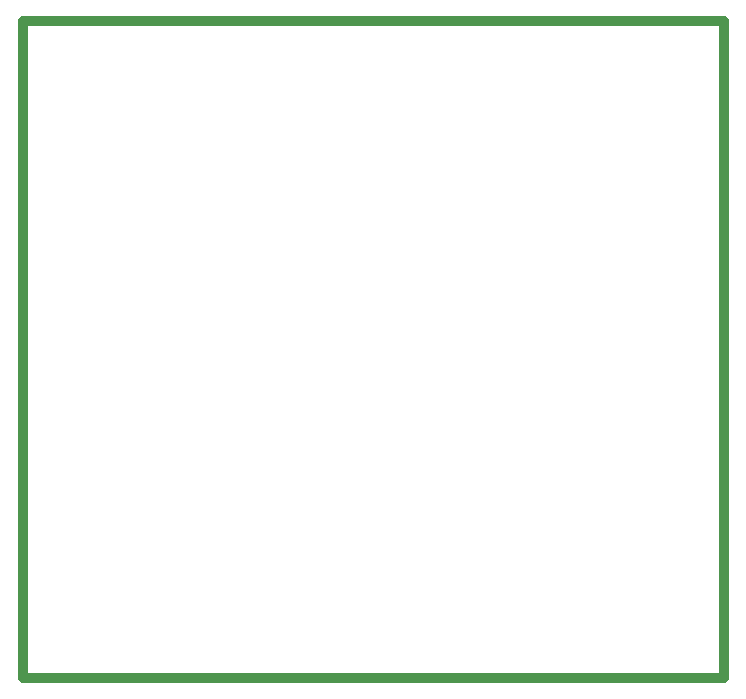
<source format=gko>
G04*
G04 #@! TF.GenerationSoftware,Altium Limited,Altium Designer,22.3.1 (43)*
G04*
G04 Layer_Color=16711935*
%FSLAX25Y25*%
%MOIN*%
G70*
G04*
G04 #@! TF.SameCoordinates,37EF6849-63C4-43C5-BECF-61DC3FF8894A*
G04*
G04*
G04 #@! TF.FilePolarity,Positive*
G04*
G01*
G75*
%ADD73C,0.03200*%
D73*
X233700Y242000D02*
X233700Y23300D01*
X0Y242000D02*
X233700D01*
X0Y23300D02*
X233700D01*
X0D02*
Y242000D01*
M02*

</source>
